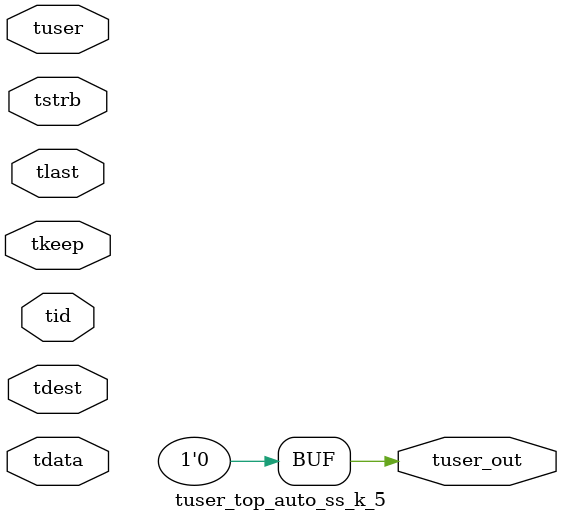
<source format=v>


`timescale 1ps/1ps

module tuser_top_auto_ss_k_5 #
(
parameter C_S_AXIS_TUSER_WIDTH = 1,
parameter C_S_AXIS_TDATA_WIDTH = 32,
parameter C_S_AXIS_TID_WIDTH   = 0,
parameter C_S_AXIS_TDEST_WIDTH = 0,
parameter C_M_AXIS_TUSER_WIDTH = 1
)
(
input  [(C_S_AXIS_TUSER_WIDTH == 0 ? 1 : C_S_AXIS_TUSER_WIDTH)-1:0     ] tuser,
input  [(C_S_AXIS_TDATA_WIDTH == 0 ? 1 : C_S_AXIS_TDATA_WIDTH)-1:0     ] tdata,
input  [(C_S_AXIS_TID_WIDTH   == 0 ? 1 : C_S_AXIS_TID_WIDTH)-1:0       ] tid,
input  [(C_S_AXIS_TDEST_WIDTH == 0 ? 1 : C_S_AXIS_TDEST_WIDTH)-1:0     ] tdest,
input  [(C_S_AXIS_TDATA_WIDTH/8)-1:0 ] tkeep,
input  [(C_S_AXIS_TDATA_WIDTH/8)-1:0 ] tstrb,
input                                                                    tlast,
output [C_M_AXIS_TUSER_WIDTH-1:0] tuser_out
);

assign tuser_out = {1'b0};

endmodule


</source>
